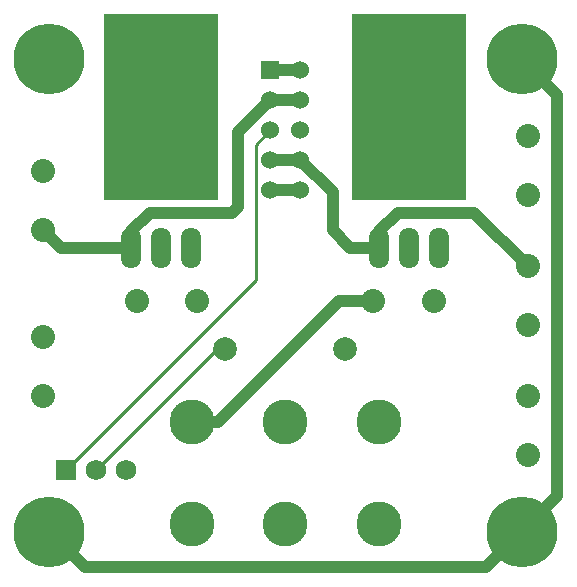
<source format=gbl>
%FSLAX34Y34*%
G04 Gerber Fmt 3.4, Leading zero omitted, Abs format*
G04 (created by PCBNEW (2014-jan-25)-product) date Mon 11 Aug 2014 02:02:26 PM PDT*
%MOIN*%
G01*
G70*
G90*
G04 APERTURE LIST*
%ADD10C,0.003937*%
%ADD11C,0.236220*%
%ADD12R,0.068000X0.068000*%
%ADD13C,0.068000*%
%ADD14R,0.060000X0.060000*%
%ADD15C,0.060000*%
%ADD16C,0.080000*%
%ADD17O,0.066900X0.137800*%
%ADD18R,0.380000X0.620000*%
%ADD19C,0.078700*%
%ADD20C,0.150000*%
%ADD21C,0.040000*%
%ADD22C,0.010000*%
G04 APERTURE END LIST*
G54D10*
G54D11*
X41338Y-41338D03*
X57086Y-41338D03*
X41338Y-57086D03*
X57086Y-57086D03*
G54D12*
X41913Y-55019D03*
G54D13*
X42913Y-55019D03*
X43913Y-55019D03*
G54D14*
X48712Y-41700D03*
G54D15*
X49712Y-41700D03*
X48712Y-42700D03*
X49712Y-42700D03*
X48712Y-43700D03*
X49712Y-43700D03*
X48712Y-44700D03*
X49712Y-44700D03*
X48712Y-45700D03*
X49712Y-45700D03*
G54D16*
X57283Y-52559D03*
X57283Y-54527D03*
X57283Y-48228D03*
X57283Y-50196D03*
X57283Y-43897D03*
X57283Y-45866D03*
X41141Y-52559D03*
X41141Y-50590D03*
X41141Y-47047D03*
X41141Y-45078D03*
G54D17*
X53346Y-47637D03*
X52346Y-47637D03*
X54346Y-47637D03*
G54D18*
X53346Y-42937D03*
G54D17*
X45078Y-47637D03*
X44078Y-47637D03*
X46078Y-47637D03*
G54D18*
X45078Y-42937D03*
G54D19*
X47212Y-50984D03*
X51212Y-50984D03*
G54D16*
X54154Y-49409D03*
X52144Y-49409D03*
X46280Y-49409D03*
X44270Y-49409D03*
G54D20*
X49212Y-56818D03*
X49212Y-53418D03*
X52332Y-56818D03*
X46092Y-53418D03*
X52332Y-53418D03*
X46092Y-56818D03*
G54D21*
X49712Y-41700D02*
X48712Y-41700D01*
X57086Y-57086D02*
X58267Y-55905D01*
X58267Y-42519D02*
X57086Y-41338D01*
X58267Y-43110D02*
X58267Y-42519D01*
X58267Y-55905D02*
X58267Y-43110D01*
X44078Y-47637D02*
X44078Y-47062D01*
X44078Y-47062D02*
X44685Y-46456D01*
X47637Y-43775D02*
X48712Y-42700D01*
X47637Y-46259D02*
X47637Y-43775D01*
X47440Y-46456D02*
X47637Y-46259D01*
X44685Y-46456D02*
X47440Y-46456D01*
X49712Y-42700D02*
X48712Y-42700D01*
X57086Y-57086D02*
X55905Y-58267D01*
X42519Y-58267D02*
X41338Y-57086D01*
X55905Y-58267D02*
X42519Y-58267D01*
X44078Y-47637D02*
X41732Y-47637D01*
X41732Y-47637D02*
X41141Y-47047D01*
G54D22*
X42913Y-55019D02*
X46948Y-50984D01*
X46948Y-50984D02*
X47212Y-50984D01*
X41913Y-55019D02*
X48228Y-48704D01*
X48228Y-44185D02*
X48712Y-43700D01*
X48228Y-48704D02*
X48228Y-44185D01*
G54D21*
X49712Y-45700D02*
X48712Y-45700D01*
X46092Y-53418D02*
X46975Y-53418D01*
X50984Y-49409D02*
X52144Y-49409D01*
X46975Y-53418D02*
X50984Y-49409D01*
X49712Y-44700D02*
X50787Y-45775D01*
X51377Y-47637D02*
X52346Y-47637D01*
X50787Y-47047D02*
X51377Y-47637D01*
X50787Y-45775D02*
X50787Y-47047D01*
X49712Y-44700D02*
X48712Y-44700D01*
X52346Y-47637D02*
X52346Y-47062D01*
X52346Y-47062D02*
X52952Y-46456D01*
X52952Y-46456D02*
X55511Y-46456D01*
X55511Y-46456D02*
X57283Y-48228D01*
M02*

</source>
